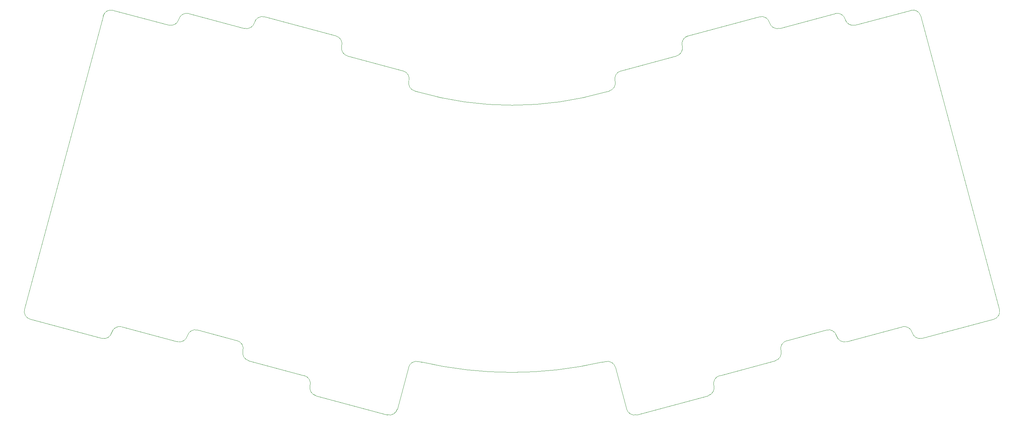
<source format=gbr>
%TF.GenerationSoftware,KiCad,Pcbnew,(5.1.6-0-10_14)*%
%TF.CreationDate,2020-10-19T23:05:39+02:00*%
%TF.ProjectId,batreus,62617472-6575-4732-9e6b-696361645f70,rev?*%
%TF.SameCoordinates,Original*%
%TF.FileFunction,Profile,NP*%
%FSLAX46Y46*%
G04 Gerber Fmt 4.6, Leading zero omitted, Abs format (unit mm)*
G04 Created by KiCad (PCBNEW (5.1.6-0-10_14)) date 2020-10-19 23:05:39*
%MOMM*%
%LPD*%
G01*
G04 APERTURE LIST*
%TA.AperFunction,Profile*%
%ADD10C,0.050000*%
%TD*%
G04 APERTURE END LIST*
D10*
X172000000Y-144999998D02*
G75*
G02*
X128000001Y-144999999I-22000000J94999998D01*
G01*
X173690965Y-78886615D02*
X173102396Y-79070154D01*
X126309035Y-78886615D02*
X127000000Y-79100000D01*
X173102396Y-79070154D02*
G75*
G02*
X127000000Y-79100000I-23102396J79070154D01*
G01*
X127260690Y-144881648D02*
X128000000Y-145000000D01*
X172739309Y-144881649D02*
X172000000Y-144999999D01*
X177906399Y-156438083D02*
X175188799Y-146295861D01*
X172739309Y-144881649D02*
G75*
G02*
X175188799Y-146295861I517639J-1931851D01*
G01*
X268703427Y-132109092D02*
X249550818Y-60630581D01*
X191456568Y-67914679D02*
G75*
G02*
X190042354Y-70364169I-1931852J-517638D01*
G01*
X215508156Y-142221618D02*
G75*
G02*
X214093943Y-144671107I-1931851J-517638D01*
G01*
X215156425Y-63634874D02*
X228679387Y-60011407D01*
X226581628Y-137183937D02*
G75*
G02*
X229031118Y-138598151I517638J-1931852D01*
G01*
X231480608Y-140012365D02*
G75*
G02*
X229031118Y-138598151I-517638J1931852D01*
G01*
X176519392Y-73987636D02*
X190042354Y-70364169D01*
X268703427Y-132109091D02*
G75*
G02*
X267289214Y-134558582I-1931852J-517639D01*
G01*
X197742554Y-153193553D02*
X180355889Y-157852296D01*
X199156767Y-150744064D02*
G75*
G02*
X200570981Y-148294574I1931852J517638D01*
G01*
X245003569Y-136388897D02*
G75*
G02*
X247453059Y-137803111I517638J-1931852D01*
G01*
X249902549Y-139217325D02*
G75*
G02*
X247453059Y-137803111I-517638J1931852D01*
G01*
X215508157Y-142221617D02*
G75*
G02*
X216922370Y-139772128I1931851J517638D01*
G01*
X192870781Y-65465189D02*
X210257446Y-60806447D01*
X175105179Y-76437125D02*
G75*
G02*
X176519392Y-73987636I1931851J517638D01*
G01*
X233578366Y-62839834D02*
G75*
G02*
X231128877Y-61425621I-517638J1931851D01*
G01*
X191456567Y-67914679D02*
G75*
G02*
X192870781Y-65465189I1931852J517638D01*
G01*
X247101328Y-59216367D02*
G75*
G02*
X249550818Y-60630581I517638J-1931852D01*
G01*
X210257446Y-60806446D02*
G75*
G02*
X212706936Y-62220660I517638J-1931852D01*
G01*
X233578366Y-62839834D02*
X247101328Y-59216368D01*
X215156425Y-63634873D02*
G75*
G02*
X212706936Y-62220660I-517638J1931851D01*
G01*
X175105179Y-76437125D02*
G75*
G02*
X173690965Y-78886615I-1931852J-517638D01*
G01*
X245003569Y-136388898D02*
X231480608Y-140012364D01*
X267289214Y-134558582D02*
X249902549Y-139217325D01*
X226581628Y-137183937D02*
X216922370Y-139772128D01*
X200570981Y-148294574D02*
X214093943Y-144671107D01*
X199156767Y-150744064D02*
G75*
G02*
X197742554Y-153193553I-1931851J-517638D01*
G01*
X228679387Y-60011407D02*
G75*
G02*
X231128877Y-61425621I517638J-1931852D01*
G01*
X180355889Y-157852297D02*
G75*
G02*
X177906399Y-156438083I-517638J1931852D01*
G01*
X31296573Y-132109092D02*
X50449182Y-60630581D01*
X109957646Y-70364169D02*
X123480608Y-73987636D01*
X89742554Y-60806447D02*
X107129219Y-65465189D01*
X71320613Y-60011407D02*
X84843575Y-63634874D01*
X52898672Y-59216368D02*
X66421634Y-62839834D01*
X126309035Y-78886615D02*
G75*
G02*
X124894821Y-76437125I517638J1931852D01*
G01*
X123480608Y-73987636D02*
G75*
G02*
X124894821Y-76437125I-517638J-1931851D01*
G01*
X109957646Y-70364168D02*
G75*
G02*
X108543433Y-67914679I517638J1931851D01*
G01*
X107129219Y-65465189D02*
G75*
G02*
X108543433Y-67914679I-517638J-1931852D01*
G01*
X87293065Y-62220660D02*
G75*
G02*
X84843575Y-63634874I-1931852J517638D01*
G01*
X87293065Y-62220660D02*
G75*
G02*
X89742554Y-60806447I1931851J-517638D01*
G01*
X68871123Y-61425621D02*
G75*
G02*
X71320613Y-60011407I1931852J-517638D01*
G01*
X68871123Y-61425621D02*
G75*
G02*
X66421634Y-62839834I-1931851J517638D01*
G01*
X50449183Y-60630581D02*
G75*
G02*
X52898672Y-59216368I1931851J-517638D01*
G01*
X50097451Y-139217325D02*
X32710786Y-134558582D01*
X83077630Y-139772128D02*
X73418372Y-137183937D01*
X99429019Y-148294574D02*
X85906057Y-144671107D01*
X122093601Y-156438083D02*
X124811201Y-146295861D01*
X119644111Y-157852296D02*
X102257446Y-153193553D01*
X124811200Y-146295862D02*
G75*
G02*
X127260690Y-144881648I1931852J-517638D01*
G01*
X122093600Y-156438083D02*
G75*
G02*
X119644111Y-157852296I-1931851J517638D01*
G01*
X102257446Y-153193554D02*
G75*
G02*
X100843232Y-150744064I517638J1931852D01*
G01*
X99429019Y-148294575D02*
G75*
G02*
X100843232Y-150744064I-517638J-1931851D01*
G01*
X85906056Y-144671107D02*
G75*
G02*
X84491844Y-142221617I517639J1931851D01*
G01*
X83077630Y-139772127D02*
G75*
G02*
X84491844Y-142221617I-517638J-1931852D01*
G01*
X70968882Y-138598151D02*
G75*
G02*
X73418372Y-137183937I1931852J-517638D01*
G01*
X70968881Y-138598151D02*
G75*
G02*
X68519392Y-140012364I-1931851J517638D01*
G01*
X54996431Y-136388898D02*
X68519392Y-140012364D01*
X52546942Y-137803111D02*
G75*
G02*
X54996431Y-136388898I1931851J-517638D01*
G01*
X52546941Y-137803111D02*
G75*
G02*
X50097451Y-139217325I-1931852J517638D01*
G01*
X32710787Y-134558582D02*
G75*
G02*
X31296573Y-132109092I517638J1931852D01*
G01*
M02*

</source>
